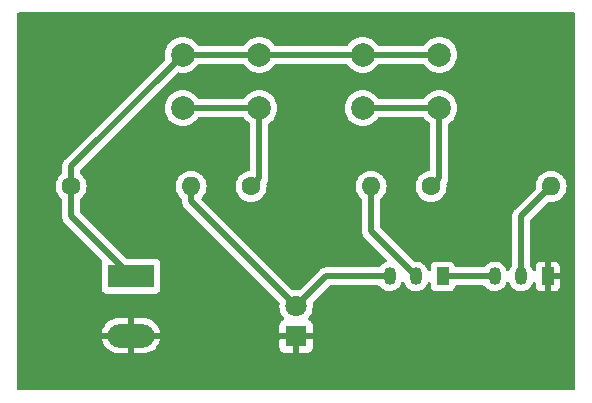
<source format=gbr>
%TF.GenerationSoftware,KiCad,Pcbnew,(6.0.9)*%
%TF.CreationDate,2024-03-03T13:04:41-05:00*%
%TF.ProjectId,nand-test,6e616e64-2d74-4657-9374-2e6b69636164,v01*%
%TF.SameCoordinates,PX4d83c00PY354a940*%
%TF.FileFunction,Copper,L2,Bot*%
%TF.FilePolarity,Positive*%
%FSLAX46Y46*%
G04 Gerber Fmt 4.6, Leading zero omitted, Abs format (unit mm)*
G04 Created by KiCad (PCBNEW (6.0.9)) date 2024-03-03 13:04:41*
%MOMM*%
%LPD*%
G01*
G04 APERTURE LIST*
%TA.AperFunction,ComponentPad*%
%ADD10R,1.050000X1.500000*%
%TD*%
%TA.AperFunction,ComponentPad*%
%ADD11O,1.050000X1.500000*%
%TD*%
%TA.AperFunction,ComponentPad*%
%ADD12R,1.800000X1.800000*%
%TD*%
%TA.AperFunction,ComponentPad*%
%ADD13C,1.800000*%
%TD*%
%TA.AperFunction,ComponentPad*%
%ADD14C,1.600000*%
%TD*%
%TA.AperFunction,ComponentPad*%
%ADD15O,1.600000X1.600000*%
%TD*%
%TA.AperFunction,ComponentPad*%
%ADD16C,2.000000*%
%TD*%
%TA.AperFunction,ComponentPad*%
%ADD17R,3.960000X1.980000*%
%TD*%
%TA.AperFunction,ComponentPad*%
%ADD18O,3.960000X1.980000*%
%TD*%
%TA.AperFunction,Conductor*%
%ADD19C,0.500000*%
%TD*%
G04 APERTURE END LIST*
D10*
%TO.P,Q2,1,E*%
%TO.N,GND*%
X45450000Y-22860000D03*
D11*
%TO.P,Q2,2,B*%
%TO.N,Net-(Q2-Pad2)*%
X43180000Y-22860000D03*
%TO.P,Q2,3,C*%
%TO.N,Net-(Q1-Pad1)*%
X40950000Y-22860000D03*
%TD*%
D12*
%TO.P,D1,1,K*%
%TO.N,GND*%
X24130000Y-27940000D03*
D13*
%TO.P,D1,2,A*%
%TO.N,Net-(D1-Pad2)*%
X24130000Y-25400000D03*
%TD*%
D14*
%TO.P,R3,1*%
%TO.N,+5V*%
X5080000Y-15240000D03*
D15*
%TO.P,R3,2*%
%TO.N,Net-(D1-Pad2)*%
X15240000Y-15240000D03*
%TD*%
D10*
%TO.P,Q1,1,E*%
%TO.N,Net-(Q1-Pad1)*%
X36560000Y-22860000D03*
D11*
%TO.P,Q1,2,B*%
%TO.N,Net-(Q1-Pad2)*%
X34290000Y-22860000D03*
%TO.P,Q1,3,C*%
%TO.N,Net-(D1-Pad2)*%
X32060000Y-22860000D03*
%TD*%
D16*
%TO.P,SW1,1,A*%
%TO.N,+5V*%
X21030000Y-4100000D03*
X14530000Y-4100000D03*
%TO.P,SW1,2,B*%
%TO.N,Net-(R1-Pad1)*%
X14530000Y-8600000D03*
X21030000Y-8600000D03*
%TD*%
D14*
%TO.P,R1,1*%
%TO.N,Net-(R1-Pad1)*%
X20320000Y-15240000D03*
D15*
%TO.P,R1,2*%
%TO.N,Net-(Q1-Pad2)*%
X30480000Y-15240000D03*
%TD*%
D16*
%TO.P,SW2,1,A*%
%TO.N,+5V*%
X29770000Y-4100000D03*
X36270000Y-4100000D03*
%TO.P,SW2,2,B*%
%TO.N,Net-(R2-Pad1)*%
X29770000Y-8600000D03*
X36270000Y-8600000D03*
%TD*%
D14*
%TO.P,R2,1*%
%TO.N,Net-(R2-Pad1)*%
X35560000Y-15240000D03*
D15*
%TO.P,R2,2*%
%TO.N,Net-(Q2-Pad2)*%
X45720000Y-15240000D03*
%TD*%
D17*
%TO.P,J1,1,Pin_1*%
%TO.N,+5V*%
X10160000Y-22860000D03*
D18*
%TO.P,J1,2,Pin_2*%
%TO.N,GND*%
X10160000Y-27860000D03*
%TD*%
D19*
%TO.N,GND*%
X24050000Y-27860000D02*
X24130000Y-27940000D01*
%TO.N,Net-(D1-Pad2)*%
X24130000Y-25400000D02*
X26670000Y-22860000D01*
X24130000Y-25400000D02*
X15240000Y-16510000D01*
X26670000Y-22860000D02*
X32060000Y-22860000D01*
X15240000Y-16510000D02*
X15240000Y-15240000D01*
%TO.N,+5V*%
X5080000Y-13550000D02*
X14530000Y-4100000D01*
X5080000Y-17780000D02*
X10160000Y-22860000D01*
X14530000Y-4100000D02*
X21030000Y-4100000D01*
X5080000Y-15240000D02*
X5080000Y-17780000D01*
X29770000Y-4100000D02*
X21030000Y-4100000D01*
X36270000Y-4100000D02*
X29770000Y-4100000D01*
X5080000Y-15240000D02*
X5080000Y-13550000D01*
%TO.N,Net-(Q1-Pad1)*%
X36560000Y-22860000D02*
X40950000Y-22860000D01*
%TO.N,Net-(Q1-Pad2)*%
X30480000Y-19050000D02*
X34290000Y-22860000D01*
X30480000Y-15240000D02*
X30480000Y-19050000D01*
%TO.N,Net-(Q2-Pad2)*%
X43180000Y-17780000D02*
X45720000Y-15240000D01*
X43180000Y-22860000D02*
X43180000Y-17780000D01*
%TO.N,Net-(R1-Pad1)*%
X21030000Y-14530000D02*
X20320000Y-15240000D01*
X14530000Y-8600000D02*
X21030000Y-8600000D01*
X21030000Y-8600000D02*
X21030000Y-14530000D01*
%TO.N,Net-(R2-Pad1)*%
X36270000Y-8600000D02*
X36270000Y-14530000D01*
X36270000Y-14530000D02*
X35560000Y-15240000D01*
X29770000Y-8600000D02*
X36270000Y-8600000D01*
%TD*%
%TA.AperFunction,Conductor*%
%TO.N,GND*%
G36*
X47693621Y-528502D02*
G01*
X47740114Y-582158D01*
X47751500Y-634500D01*
X47751500Y-32385500D01*
X47731498Y-32453621D01*
X47677842Y-32500114D01*
X47625500Y-32511500D01*
X634500Y-32511500D01*
X566379Y-32491498D01*
X519886Y-32437842D01*
X508500Y-32385500D01*
X508500Y-28132194D01*
X7696135Y-28132194D01*
X7707006Y-28203236D01*
X7709395Y-28213263D01*
X7782709Y-28437570D01*
X7786706Y-28447079D01*
X7895669Y-28656395D01*
X7901163Y-28665120D01*
X8042854Y-28853835D01*
X8049697Y-28861542D01*
X8220310Y-29024584D01*
X8228316Y-29031067D01*
X8423274Y-29164057D01*
X8432226Y-29169143D01*
X8646285Y-29268506D01*
X8655945Y-29272060D01*
X8883369Y-29335130D01*
X8893473Y-29337057D01*
X9086102Y-29357644D01*
X9092794Y-29358000D01*
X9887885Y-29358000D01*
X9903124Y-29353525D01*
X9904329Y-29352135D01*
X9906000Y-29344452D01*
X9906000Y-29339885D01*
X10414000Y-29339885D01*
X10418475Y-29355124D01*
X10419865Y-29356329D01*
X10427548Y-29358000D01*
X11209857Y-29358000D01*
X11215030Y-29357788D01*
X11390350Y-29343374D01*
X11400512Y-29341691D01*
X11629396Y-29284200D01*
X11639151Y-29280879D01*
X11855557Y-29186782D01*
X11864655Y-29181904D01*
X12062787Y-29053727D01*
X12070956Y-29047437D01*
X12245501Y-28888613D01*
X12249179Y-28884669D01*
X22722001Y-28884669D01*
X22722371Y-28891490D01*
X22727895Y-28942352D01*
X22731521Y-28957604D01*
X22776676Y-29078054D01*
X22785214Y-29093649D01*
X22861715Y-29195724D01*
X22874276Y-29208285D01*
X22976351Y-29284786D01*
X22991946Y-29293324D01*
X23112394Y-29338478D01*
X23127649Y-29342105D01*
X23178514Y-29347631D01*
X23185328Y-29348000D01*
X23857885Y-29348000D01*
X23873124Y-29343525D01*
X23874329Y-29342135D01*
X23876000Y-29334452D01*
X23876000Y-29329884D01*
X24384000Y-29329884D01*
X24388475Y-29345123D01*
X24389865Y-29346328D01*
X24397548Y-29347999D01*
X25074669Y-29347999D01*
X25081490Y-29347629D01*
X25132352Y-29342105D01*
X25147604Y-29338479D01*
X25268054Y-29293324D01*
X25283649Y-29284786D01*
X25385724Y-29208285D01*
X25398285Y-29195724D01*
X25474786Y-29093649D01*
X25483324Y-29078054D01*
X25528478Y-28957606D01*
X25532105Y-28942351D01*
X25537631Y-28891486D01*
X25538000Y-28884672D01*
X25538000Y-28212115D01*
X25533525Y-28196876D01*
X25532135Y-28195671D01*
X25524452Y-28194000D01*
X24402115Y-28194000D01*
X24386876Y-28198475D01*
X24385671Y-28199865D01*
X24384000Y-28207548D01*
X24384000Y-29329884D01*
X23876000Y-29329884D01*
X23876000Y-28212115D01*
X23871525Y-28196876D01*
X23870135Y-28195671D01*
X23862452Y-28194000D01*
X22740116Y-28194000D01*
X22724877Y-28198475D01*
X22723672Y-28199865D01*
X22722001Y-28207548D01*
X22722001Y-28884669D01*
X12249179Y-28884669D01*
X12252526Y-28881080D01*
X12398787Y-28695880D01*
X12404492Y-28687293D01*
X12518536Y-28480703D01*
X12522766Y-28471291D01*
X12601539Y-28248844D01*
X12604173Y-28238873D01*
X12623239Y-28131837D01*
X12621779Y-28118540D01*
X12607222Y-28114000D01*
X10432115Y-28114000D01*
X10416876Y-28118475D01*
X10415671Y-28119865D01*
X10414000Y-28127548D01*
X10414000Y-29339885D01*
X9906000Y-29339885D01*
X9906000Y-28132115D01*
X9901525Y-28116876D01*
X9900135Y-28115671D01*
X9892452Y-28114000D01*
X7711466Y-28114000D01*
X7698122Y-28117918D01*
X7696135Y-28132194D01*
X508500Y-28132194D01*
X508500Y-27588163D01*
X7696761Y-27588163D01*
X7698221Y-27601460D01*
X7712778Y-27606000D01*
X9887885Y-27606000D01*
X9903124Y-27601525D01*
X9904329Y-27600135D01*
X9906000Y-27592452D01*
X9906000Y-27587885D01*
X10414000Y-27587885D01*
X10418475Y-27603124D01*
X10419865Y-27604329D01*
X10427548Y-27606000D01*
X12608534Y-27606000D01*
X12621878Y-27602082D01*
X12623865Y-27587806D01*
X12612994Y-27516764D01*
X12610605Y-27506737D01*
X12537291Y-27282430D01*
X12533294Y-27272921D01*
X12424331Y-27063605D01*
X12418837Y-27054880D01*
X12277146Y-26866165D01*
X12270303Y-26858458D01*
X12099690Y-26695416D01*
X12091684Y-26688933D01*
X11896726Y-26555943D01*
X11887774Y-26550857D01*
X11673715Y-26451494D01*
X11664055Y-26447940D01*
X11436631Y-26384870D01*
X11426527Y-26382943D01*
X11233898Y-26362356D01*
X11227206Y-26362000D01*
X10432115Y-26362000D01*
X10416876Y-26366475D01*
X10415671Y-26367865D01*
X10414000Y-26375548D01*
X10414000Y-27587885D01*
X9906000Y-27587885D01*
X9906000Y-26380115D01*
X9901525Y-26364876D01*
X9900135Y-26363671D01*
X9892452Y-26362000D01*
X9110143Y-26362000D01*
X9104970Y-26362212D01*
X8929650Y-26376626D01*
X8919488Y-26378309D01*
X8690604Y-26435800D01*
X8680849Y-26439121D01*
X8464443Y-26533218D01*
X8455345Y-26538096D01*
X8257213Y-26666273D01*
X8249044Y-26672563D01*
X8074499Y-26831387D01*
X8067474Y-26838920D01*
X7921213Y-27024120D01*
X7915508Y-27032707D01*
X7801464Y-27239297D01*
X7797234Y-27248709D01*
X7718461Y-27471156D01*
X7715827Y-27481127D01*
X7696761Y-27588163D01*
X508500Y-27588163D01*
X508500Y-15240000D01*
X3766502Y-15240000D01*
X3786457Y-15468087D01*
X3845716Y-15689243D01*
X3848039Y-15694224D01*
X3848039Y-15694225D01*
X3940151Y-15891762D01*
X3940154Y-15891767D01*
X3942477Y-15896749D01*
X4073802Y-16084300D01*
X4235700Y-16246198D01*
X4267771Y-16268655D01*
X4312099Y-16324110D01*
X4321500Y-16371867D01*
X4321500Y-17712930D01*
X4320067Y-17731880D01*
X4316801Y-17753349D01*
X4317394Y-17760641D01*
X4317394Y-17760644D01*
X4321085Y-17806018D01*
X4321500Y-17816233D01*
X4321500Y-17824293D01*
X4321925Y-17827937D01*
X4324789Y-17852507D01*
X4325222Y-17856882D01*
X4331140Y-17929637D01*
X4333396Y-17936601D01*
X4334587Y-17942560D01*
X4335971Y-17948415D01*
X4336818Y-17955681D01*
X4361735Y-18024327D01*
X4363152Y-18028455D01*
X4379284Y-18078250D01*
X4385649Y-18097899D01*
X4389445Y-18104154D01*
X4391951Y-18109628D01*
X4394670Y-18115058D01*
X4397167Y-18121937D01*
X4401180Y-18128057D01*
X4401180Y-18128058D01*
X4437186Y-18182976D01*
X4439523Y-18186680D01*
X4477405Y-18249107D01*
X4481121Y-18253315D01*
X4481122Y-18253316D01*
X4484803Y-18257484D01*
X4484776Y-18257508D01*
X4487429Y-18260500D01*
X4490132Y-18263733D01*
X4494144Y-18269852D01*
X4499456Y-18274884D01*
X4550383Y-18323128D01*
X4552825Y-18325506D01*
X7706439Y-21479120D01*
X7740465Y-21541432D01*
X7735400Y-21612247D01*
X7731853Y-21620003D01*
X7729385Y-21623295D01*
X7678255Y-21759684D01*
X7671500Y-21821866D01*
X7671500Y-23898134D01*
X7678255Y-23960316D01*
X7729385Y-24096705D01*
X7816739Y-24213261D01*
X7933295Y-24300615D01*
X8069684Y-24351745D01*
X8131866Y-24358500D01*
X12188134Y-24358500D01*
X12250316Y-24351745D01*
X12386705Y-24300615D01*
X12503261Y-24213261D01*
X12590615Y-24096705D01*
X12641745Y-23960316D01*
X12648500Y-23898134D01*
X12648500Y-21821866D01*
X12641745Y-21759684D01*
X12590615Y-21623295D01*
X12503261Y-21506739D01*
X12386705Y-21419385D01*
X12250316Y-21368255D01*
X12188134Y-21361500D01*
X9786371Y-21361500D01*
X9718250Y-21341498D01*
X9697276Y-21324595D01*
X5875405Y-17502724D01*
X5841379Y-17440412D01*
X5838500Y-17413629D01*
X5838500Y-16371867D01*
X5858502Y-16303746D01*
X5892228Y-16268655D01*
X5924300Y-16246198D01*
X6086198Y-16084300D01*
X6217523Y-15896749D01*
X6219846Y-15891767D01*
X6219849Y-15891762D01*
X6311961Y-15694225D01*
X6311961Y-15694224D01*
X6314284Y-15689243D01*
X6373543Y-15468087D01*
X6393498Y-15240000D01*
X13926502Y-15240000D01*
X13946457Y-15468087D01*
X14005716Y-15689243D01*
X14008039Y-15694224D01*
X14008039Y-15694225D01*
X14100151Y-15891762D01*
X14100154Y-15891767D01*
X14102477Y-15896749D01*
X14233802Y-16084300D01*
X14395700Y-16246198D01*
X14427771Y-16268655D01*
X14472099Y-16324110D01*
X14481500Y-16371867D01*
X14481500Y-16442930D01*
X14480067Y-16461880D01*
X14477964Y-16475707D01*
X14476801Y-16483349D01*
X14477394Y-16490641D01*
X14477394Y-16490644D01*
X14481085Y-16536018D01*
X14481500Y-16546233D01*
X14481500Y-16554293D01*
X14481925Y-16557937D01*
X14484789Y-16582507D01*
X14485222Y-16586882D01*
X14491140Y-16659637D01*
X14493396Y-16666601D01*
X14494587Y-16672560D01*
X14495971Y-16678415D01*
X14496818Y-16685681D01*
X14521735Y-16754327D01*
X14523152Y-16758455D01*
X14545649Y-16827899D01*
X14549445Y-16834154D01*
X14551951Y-16839628D01*
X14554670Y-16845058D01*
X14557167Y-16851937D01*
X14561180Y-16858057D01*
X14561180Y-16858058D01*
X14597186Y-16912976D01*
X14599523Y-16916680D01*
X14637405Y-16979107D01*
X14641121Y-16983315D01*
X14641122Y-16983316D01*
X14644803Y-16987484D01*
X14644776Y-16987508D01*
X14647429Y-16990500D01*
X14650132Y-16993733D01*
X14654144Y-16999852D01*
X14659456Y-17004884D01*
X14710383Y-17053128D01*
X14712825Y-17055506D01*
X22704017Y-25046698D01*
X22738043Y-25109010D01*
X22740209Y-25149182D01*
X22737522Y-25174328D01*
X22717095Y-25365469D01*
X22717392Y-25370622D01*
X22717392Y-25370625D01*
X22723067Y-25469041D01*
X22730427Y-25596697D01*
X22731564Y-25601743D01*
X22731565Y-25601749D01*
X22763741Y-25744523D01*
X22781346Y-25822642D01*
X22783288Y-25827424D01*
X22783289Y-25827428D01*
X22866540Y-26032450D01*
X22868484Y-26037237D01*
X22989501Y-26234719D01*
X22992882Y-26238622D01*
X23101653Y-26364191D01*
X23131135Y-26428776D01*
X23121020Y-26499049D01*
X23074519Y-26552697D01*
X23050646Y-26564670D01*
X22991944Y-26586677D01*
X22976351Y-26595214D01*
X22874276Y-26671715D01*
X22861715Y-26684276D01*
X22785214Y-26786351D01*
X22776676Y-26801946D01*
X22731522Y-26922394D01*
X22727895Y-26937649D01*
X22722369Y-26988514D01*
X22722000Y-26995328D01*
X22722000Y-27667885D01*
X22726475Y-27683124D01*
X22727865Y-27684329D01*
X22735548Y-27686000D01*
X25519884Y-27686000D01*
X25535123Y-27681525D01*
X25536328Y-27680135D01*
X25537999Y-27672452D01*
X25537999Y-26995331D01*
X25537629Y-26988510D01*
X25532105Y-26937648D01*
X25528479Y-26922396D01*
X25483324Y-26801946D01*
X25474786Y-26786351D01*
X25398285Y-26684276D01*
X25385724Y-26671715D01*
X25283649Y-26595214D01*
X25268052Y-26586675D01*
X25209415Y-26564693D01*
X25152650Y-26522052D01*
X25127950Y-26455490D01*
X25143157Y-26386141D01*
X25164703Y-26357461D01*
X25202641Y-26319654D01*
X25206303Y-26316005D01*
X25341458Y-26127917D01*
X25388641Y-26032450D01*
X25441784Y-25924922D01*
X25441785Y-25924920D01*
X25444078Y-25920280D01*
X25511408Y-25698671D01*
X25541640Y-25469041D01*
X25543327Y-25400000D01*
X25524349Y-25169167D01*
X25523088Y-25164147D01*
X25522244Y-25159047D01*
X25523797Y-25158790D01*
X25526316Y-25094917D01*
X25556624Y-25046057D01*
X26947276Y-23655405D01*
X27009588Y-23621379D01*
X27036371Y-23618500D01*
X31101580Y-23618500D01*
X31169701Y-23638502D01*
X31199223Y-23664864D01*
X31323110Y-23816763D01*
X31327857Y-23820690D01*
X31327859Y-23820692D01*
X31474528Y-23942027D01*
X31474531Y-23942029D01*
X31479278Y-23945956D01*
X31657565Y-24042356D01*
X31726733Y-24063767D01*
X31845293Y-24100468D01*
X31845296Y-24100469D01*
X31851180Y-24102290D01*
X31857305Y-24102934D01*
X31857306Y-24102934D01*
X32046622Y-24122832D01*
X32046623Y-24122832D01*
X32052750Y-24123476D01*
X32162090Y-24113525D01*
X32248457Y-24105665D01*
X32248460Y-24105664D01*
X32254596Y-24105106D01*
X32260502Y-24103368D01*
X32260506Y-24103367D01*
X32443120Y-24049620D01*
X32443119Y-24049620D01*
X32449029Y-24047881D01*
X32454486Y-24045028D01*
X32454489Y-24045027D01*
X32554233Y-23992882D01*
X32628645Y-23953981D01*
X32786601Y-23826981D01*
X32916881Y-23671719D01*
X32919845Y-23666327D01*
X32919848Y-23666323D01*
X33011556Y-23499506D01*
X33014523Y-23494109D01*
X33055078Y-23366263D01*
X33094741Y-23307378D01*
X33159943Y-23279286D01*
X33229983Y-23290903D01*
X33282623Y-23338543D01*
X33295802Y-23367942D01*
X33329858Y-23480742D01*
X33425010Y-23659698D01*
X33553110Y-23816763D01*
X33557857Y-23820690D01*
X33557859Y-23820692D01*
X33704528Y-23942027D01*
X33704531Y-23942029D01*
X33709278Y-23945956D01*
X33887565Y-24042356D01*
X33956733Y-24063767D01*
X34075293Y-24100468D01*
X34075296Y-24100469D01*
X34081180Y-24102290D01*
X34087305Y-24102934D01*
X34087306Y-24102934D01*
X34276622Y-24122832D01*
X34276623Y-24122832D01*
X34282750Y-24123476D01*
X34392090Y-24113525D01*
X34478457Y-24105665D01*
X34478460Y-24105664D01*
X34484596Y-24105106D01*
X34490502Y-24103368D01*
X34490506Y-24103367D01*
X34673120Y-24049620D01*
X34673119Y-24049620D01*
X34679029Y-24047881D01*
X34684486Y-24045028D01*
X34684489Y-24045027D01*
X34784233Y-23992882D01*
X34858645Y-23953981D01*
X35016601Y-23826981D01*
X35146881Y-23671719D01*
X35149845Y-23666327D01*
X35149848Y-23666323D01*
X35241556Y-23499506D01*
X35244523Y-23494109D01*
X35280398Y-23381016D01*
X35320061Y-23322131D01*
X35385263Y-23294039D01*
X35455303Y-23305656D01*
X35507943Y-23353296D01*
X35526500Y-23419114D01*
X35526500Y-23658134D01*
X35533255Y-23720316D01*
X35584385Y-23856705D01*
X35671739Y-23973261D01*
X35788295Y-24060615D01*
X35924684Y-24111745D01*
X35986866Y-24118500D01*
X37133134Y-24118500D01*
X37195316Y-24111745D01*
X37331705Y-24060615D01*
X37448261Y-23973261D01*
X37535615Y-23856705D01*
X37552379Y-23811987D01*
X37583972Y-23727714D01*
X37583973Y-23727711D01*
X37586745Y-23720316D01*
X37587372Y-23714547D01*
X37622126Y-23653709D01*
X37685081Y-23620887D01*
X37709493Y-23618500D01*
X39991580Y-23618500D01*
X40059701Y-23638502D01*
X40089223Y-23664864D01*
X40213110Y-23816763D01*
X40217857Y-23820690D01*
X40217859Y-23820692D01*
X40364528Y-23942027D01*
X40364531Y-23942029D01*
X40369278Y-23945956D01*
X40547565Y-24042356D01*
X40616733Y-24063767D01*
X40735293Y-24100468D01*
X40735296Y-24100469D01*
X40741180Y-24102290D01*
X40747305Y-24102934D01*
X40747306Y-24102934D01*
X40936622Y-24122832D01*
X40936623Y-24122832D01*
X40942750Y-24123476D01*
X41052090Y-24113525D01*
X41138457Y-24105665D01*
X41138460Y-24105664D01*
X41144596Y-24105106D01*
X41150502Y-24103368D01*
X41150506Y-24103367D01*
X41333120Y-24049620D01*
X41333119Y-24049620D01*
X41339029Y-24047881D01*
X41344486Y-24045028D01*
X41344489Y-24045027D01*
X41444233Y-23992882D01*
X41518645Y-23953981D01*
X41676601Y-23826981D01*
X41806881Y-23671719D01*
X41809845Y-23666327D01*
X41809848Y-23666323D01*
X41901556Y-23499506D01*
X41904523Y-23494109D01*
X41945078Y-23366263D01*
X41984741Y-23307378D01*
X42049943Y-23279286D01*
X42119983Y-23290903D01*
X42172623Y-23338543D01*
X42185802Y-23367942D01*
X42219858Y-23480742D01*
X42315010Y-23659698D01*
X42443110Y-23816763D01*
X42447857Y-23820690D01*
X42447859Y-23820692D01*
X42594528Y-23942027D01*
X42594531Y-23942029D01*
X42599278Y-23945956D01*
X42777565Y-24042356D01*
X42846733Y-24063767D01*
X42965293Y-24100468D01*
X42965296Y-24100469D01*
X42971180Y-24102290D01*
X42977305Y-24102934D01*
X42977306Y-24102934D01*
X43166622Y-24122832D01*
X43166623Y-24122832D01*
X43172750Y-24123476D01*
X43282090Y-24113525D01*
X43368457Y-24105665D01*
X43368460Y-24105664D01*
X43374596Y-24105106D01*
X43380502Y-24103368D01*
X43380506Y-24103367D01*
X43563120Y-24049620D01*
X43563119Y-24049620D01*
X43569029Y-24047881D01*
X43574486Y-24045028D01*
X43574489Y-24045027D01*
X43674233Y-23992882D01*
X43748645Y-23953981D01*
X43906601Y-23826981D01*
X44036881Y-23671719D01*
X44039845Y-23666327D01*
X44039848Y-23666323D01*
X44131556Y-23499506D01*
X44134523Y-23494109D01*
X44170899Y-23379436D01*
X44210562Y-23320552D01*
X44275764Y-23292460D01*
X44345804Y-23304077D01*
X44398444Y-23351717D01*
X44417001Y-23417535D01*
X44417001Y-23654669D01*
X44417371Y-23661490D01*
X44422895Y-23712352D01*
X44426521Y-23727604D01*
X44471676Y-23848054D01*
X44480214Y-23863649D01*
X44556715Y-23965724D01*
X44569276Y-23978285D01*
X44671351Y-24054786D01*
X44686946Y-24063324D01*
X44807394Y-24108478D01*
X44822649Y-24112105D01*
X44873514Y-24117631D01*
X44880328Y-24118000D01*
X45177885Y-24118000D01*
X45193124Y-24113525D01*
X45194329Y-24112135D01*
X45196000Y-24104452D01*
X45196000Y-24099884D01*
X45704000Y-24099884D01*
X45708475Y-24115123D01*
X45709865Y-24116328D01*
X45717548Y-24117999D01*
X46019669Y-24117999D01*
X46026490Y-24117629D01*
X46077352Y-24112105D01*
X46092604Y-24108479D01*
X46213054Y-24063324D01*
X46228649Y-24054786D01*
X46330724Y-23978285D01*
X46343285Y-23965724D01*
X46419786Y-23863649D01*
X46428324Y-23848054D01*
X46473478Y-23727606D01*
X46477105Y-23712351D01*
X46482631Y-23661486D01*
X46483000Y-23654672D01*
X46483000Y-23132115D01*
X46478525Y-23116876D01*
X46477135Y-23115671D01*
X46469452Y-23114000D01*
X45722115Y-23114000D01*
X45706876Y-23118475D01*
X45705671Y-23119865D01*
X45704000Y-23127548D01*
X45704000Y-24099884D01*
X45196000Y-24099884D01*
X45196000Y-22587885D01*
X45704000Y-22587885D01*
X45708475Y-22603124D01*
X45709865Y-22604329D01*
X45717548Y-22606000D01*
X46464884Y-22606000D01*
X46480123Y-22601525D01*
X46481328Y-22600135D01*
X46482999Y-22592452D01*
X46482999Y-22065331D01*
X46482629Y-22058510D01*
X46477105Y-22007648D01*
X46473479Y-21992396D01*
X46428324Y-21871946D01*
X46419786Y-21856351D01*
X46343285Y-21754276D01*
X46330724Y-21741715D01*
X46228649Y-21665214D01*
X46213054Y-21656676D01*
X46092606Y-21611522D01*
X46077351Y-21607895D01*
X46026486Y-21602369D01*
X46019672Y-21602000D01*
X45722115Y-21602000D01*
X45706876Y-21606475D01*
X45705671Y-21607865D01*
X45704000Y-21615548D01*
X45704000Y-22587885D01*
X45196000Y-22587885D01*
X45196000Y-21620116D01*
X45191525Y-21604877D01*
X45190135Y-21603672D01*
X45182452Y-21602001D01*
X44880331Y-21602001D01*
X44873510Y-21602371D01*
X44822648Y-21607895D01*
X44807396Y-21611521D01*
X44686946Y-21656676D01*
X44671351Y-21665214D01*
X44569276Y-21741715D01*
X44556715Y-21754276D01*
X44480214Y-21856351D01*
X44471676Y-21871946D01*
X44426522Y-21992394D01*
X44422895Y-22007649D01*
X44417369Y-22058514D01*
X44417000Y-22065328D01*
X44417000Y-22302987D01*
X44396998Y-22371108D01*
X44343342Y-22417601D01*
X44273068Y-22427705D01*
X44208488Y-22398211D01*
X44170378Y-22339405D01*
X44169878Y-22337748D01*
X44140142Y-22239258D01*
X44044990Y-22060302D01*
X44034901Y-22047931D01*
X43966857Y-21964502D01*
X43939303Y-21899070D01*
X43938500Y-21884866D01*
X43938500Y-18146371D01*
X43958502Y-18078250D01*
X43975405Y-18057276D01*
X45457010Y-16575671D01*
X45519322Y-16541645D01*
X45557087Y-16539245D01*
X45714525Y-16553019D01*
X45720000Y-16553498D01*
X45948087Y-16533543D01*
X45953400Y-16532119D01*
X45953402Y-16532119D01*
X46163933Y-16475707D01*
X46163935Y-16475706D01*
X46169243Y-16474284D01*
X46216045Y-16452460D01*
X46371762Y-16379849D01*
X46371767Y-16379846D01*
X46376749Y-16377523D01*
X46532231Y-16268653D01*
X46559789Y-16249357D01*
X46559792Y-16249355D01*
X46564300Y-16246198D01*
X46726198Y-16084300D01*
X46857523Y-15896749D01*
X46859846Y-15891767D01*
X46859849Y-15891762D01*
X46951961Y-15694225D01*
X46951961Y-15694224D01*
X46954284Y-15689243D01*
X47013543Y-15468087D01*
X47033498Y-15240000D01*
X47013543Y-15011913D01*
X47012119Y-15006598D01*
X46955707Y-14796067D01*
X46955706Y-14796065D01*
X46954284Y-14790757D01*
X46945095Y-14771050D01*
X46859849Y-14588238D01*
X46859846Y-14588233D01*
X46857523Y-14583251D01*
X46726198Y-14395700D01*
X46564300Y-14233802D01*
X46559792Y-14230645D01*
X46559789Y-14230643D01*
X46453030Y-14155890D01*
X46376749Y-14102477D01*
X46371767Y-14100154D01*
X46371762Y-14100151D01*
X46174225Y-14008039D01*
X46174224Y-14008039D01*
X46169243Y-14005716D01*
X46163935Y-14004294D01*
X46163933Y-14004293D01*
X45953402Y-13947881D01*
X45953400Y-13947881D01*
X45948087Y-13946457D01*
X45720000Y-13926502D01*
X45491913Y-13946457D01*
X45486600Y-13947881D01*
X45486598Y-13947881D01*
X45276067Y-14004293D01*
X45276065Y-14004294D01*
X45270757Y-14005716D01*
X45265776Y-14008039D01*
X45265775Y-14008039D01*
X45068238Y-14100151D01*
X45068233Y-14100154D01*
X45063251Y-14102477D01*
X44986970Y-14155890D01*
X44880211Y-14230643D01*
X44880208Y-14230645D01*
X44875700Y-14233802D01*
X44713802Y-14395700D01*
X44582477Y-14583251D01*
X44580154Y-14588233D01*
X44580151Y-14588238D01*
X44494905Y-14771050D01*
X44485716Y-14790757D01*
X44484294Y-14796065D01*
X44484293Y-14796067D01*
X44427881Y-15006598D01*
X44426457Y-15011913D01*
X44406502Y-15240000D01*
X44406981Y-15245475D01*
X44420755Y-15402913D01*
X44406766Y-15472518D01*
X44384329Y-15502990D01*
X42691089Y-17196230D01*
X42676677Y-17208616D01*
X42665082Y-17217149D01*
X42665077Y-17217154D01*
X42659182Y-17221492D01*
X42654443Y-17227070D01*
X42654440Y-17227073D01*
X42624965Y-17261768D01*
X42618035Y-17269284D01*
X42612340Y-17274979D01*
X42610060Y-17277861D01*
X42594719Y-17297251D01*
X42591928Y-17300655D01*
X42549409Y-17350703D01*
X42544667Y-17356285D01*
X42541339Y-17362801D01*
X42537972Y-17367850D01*
X42534805Y-17372979D01*
X42530266Y-17378716D01*
X42499345Y-17444875D01*
X42497442Y-17448769D01*
X42464231Y-17513808D01*
X42462492Y-17520916D01*
X42460393Y-17526559D01*
X42458476Y-17532322D01*
X42455378Y-17538950D01*
X42453888Y-17546112D01*
X42453888Y-17546113D01*
X42440514Y-17610412D01*
X42439544Y-17614696D01*
X42422192Y-17685610D01*
X42421500Y-17696764D01*
X42421464Y-17696762D01*
X42421225Y-17700755D01*
X42420851Y-17704947D01*
X42419360Y-17712115D01*
X42419558Y-17719432D01*
X42421454Y-17789521D01*
X42421500Y-17792928D01*
X42421500Y-21885175D01*
X42401498Y-21953296D01*
X42392021Y-21966166D01*
X42327082Y-22043557D01*
X42327078Y-22043563D01*
X42323119Y-22048281D01*
X42320155Y-22053673D01*
X42320152Y-22053677D01*
X42252263Y-22177167D01*
X42225477Y-22225891D01*
X42223614Y-22231764D01*
X42184922Y-22353737D01*
X42145259Y-22412622D01*
X42080057Y-22440714D01*
X42010017Y-22429097D01*
X41957377Y-22381457D01*
X41944198Y-22352057D01*
X41939878Y-22337748D01*
X41910142Y-22239258D01*
X41814990Y-22060302D01*
X41804901Y-22047931D01*
X41727717Y-21953296D01*
X41686890Y-21903237D01*
X41665057Y-21885175D01*
X41535472Y-21777973D01*
X41535469Y-21777971D01*
X41530722Y-21774044D01*
X41352435Y-21677644D01*
X41255627Y-21647677D01*
X41164707Y-21619532D01*
X41164704Y-21619531D01*
X41158820Y-21617710D01*
X41152695Y-21617066D01*
X41152694Y-21617066D01*
X40963378Y-21597168D01*
X40963377Y-21597168D01*
X40957250Y-21596524D01*
X40878709Y-21603672D01*
X40761543Y-21614335D01*
X40761540Y-21614336D01*
X40755404Y-21614894D01*
X40749498Y-21616632D01*
X40749494Y-21616633D01*
X40634351Y-21650522D01*
X40560971Y-21672119D01*
X40555514Y-21674972D01*
X40555511Y-21674973D01*
X40471163Y-21719069D01*
X40381355Y-21766019D01*
X40223399Y-21893019D01*
X40093119Y-22048281D01*
X40093052Y-22048225D01*
X40039955Y-22091591D01*
X39990976Y-22101500D01*
X37709493Y-22101500D01*
X37641372Y-22081498D01*
X37594879Y-22027842D01*
X37587457Y-22006237D01*
X37586745Y-21999684D01*
X37583972Y-21992285D01*
X37538767Y-21871703D01*
X37535615Y-21863295D01*
X37448261Y-21746739D01*
X37331705Y-21659385D01*
X37195316Y-21608255D01*
X37133134Y-21601500D01*
X35986866Y-21601500D01*
X35924684Y-21608255D01*
X35788295Y-21659385D01*
X35671739Y-21746739D01*
X35584385Y-21863295D01*
X35533255Y-21999684D01*
X35526500Y-22061866D01*
X35526500Y-22301330D01*
X35506498Y-22369451D01*
X35452842Y-22415944D01*
X35382568Y-22426048D01*
X35317988Y-22396554D01*
X35279878Y-22337748D01*
X35258646Y-22267426D01*
X35250142Y-22239258D01*
X35154990Y-22060302D01*
X35144901Y-22047931D01*
X35067717Y-21953296D01*
X35026890Y-21903237D01*
X35005057Y-21885175D01*
X34875472Y-21777973D01*
X34875469Y-21777971D01*
X34870722Y-21774044D01*
X34692435Y-21677644D01*
X34595627Y-21647677D01*
X34504707Y-21619532D01*
X34504704Y-21619531D01*
X34498820Y-21617710D01*
X34492695Y-21617066D01*
X34492694Y-21617066D01*
X34303378Y-21597168D01*
X34303377Y-21597168D01*
X34297250Y-21596524D01*
X34252080Y-21600635D01*
X34174505Y-21607695D01*
X34104852Y-21593950D01*
X34073990Y-21571309D01*
X31275405Y-18772724D01*
X31241379Y-18710412D01*
X31238500Y-18683629D01*
X31238500Y-16371867D01*
X31258502Y-16303746D01*
X31292228Y-16268655D01*
X31324300Y-16246198D01*
X31486198Y-16084300D01*
X31617523Y-15896749D01*
X31619846Y-15891767D01*
X31619849Y-15891762D01*
X31711961Y-15694225D01*
X31711961Y-15694224D01*
X31714284Y-15689243D01*
X31773543Y-15468087D01*
X31793498Y-15240000D01*
X31773543Y-15011913D01*
X31772119Y-15006598D01*
X31715707Y-14796067D01*
X31715706Y-14796065D01*
X31714284Y-14790757D01*
X31705095Y-14771050D01*
X31619849Y-14588238D01*
X31619846Y-14588233D01*
X31617523Y-14583251D01*
X31486198Y-14395700D01*
X31324300Y-14233802D01*
X31319792Y-14230645D01*
X31319789Y-14230643D01*
X31213030Y-14155890D01*
X31136749Y-14102477D01*
X31131767Y-14100154D01*
X31131762Y-14100151D01*
X30934225Y-14008039D01*
X30934224Y-14008039D01*
X30929243Y-14005716D01*
X30923935Y-14004294D01*
X30923933Y-14004293D01*
X30713402Y-13947881D01*
X30713400Y-13947881D01*
X30708087Y-13946457D01*
X30480000Y-13926502D01*
X30251913Y-13946457D01*
X30246600Y-13947881D01*
X30246598Y-13947881D01*
X30036067Y-14004293D01*
X30036065Y-14004294D01*
X30030757Y-14005716D01*
X30025776Y-14008039D01*
X30025775Y-14008039D01*
X29828238Y-14100151D01*
X29828233Y-14100154D01*
X29823251Y-14102477D01*
X29746970Y-14155890D01*
X29640211Y-14230643D01*
X29640208Y-14230645D01*
X29635700Y-14233802D01*
X29473802Y-14395700D01*
X29342477Y-14583251D01*
X29340154Y-14588233D01*
X29340151Y-14588238D01*
X29254905Y-14771050D01*
X29245716Y-14790757D01*
X29244294Y-14796065D01*
X29244293Y-14796067D01*
X29187881Y-15006598D01*
X29186457Y-15011913D01*
X29166502Y-15240000D01*
X29186457Y-15468087D01*
X29245716Y-15689243D01*
X29248039Y-15694224D01*
X29248039Y-15694225D01*
X29340151Y-15891762D01*
X29340154Y-15891767D01*
X29342477Y-15896749D01*
X29473802Y-16084300D01*
X29635700Y-16246198D01*
X29667771Y-16268655D01*
X29712099Y-16324110D01*
X29721500Y-16371867D01*
X29721500Y-18982930D01*
X29720067Y-19001880D01*
X29716801Y-19023349D01*
X29717394Y-19030641D01*
X29717394Y-19030644D01*
X29721085Y-19076018D01*
X29721500Y-19086233D01*
X29721500Y-19094293D01*
X29721925Y-19097937D01*
X29724789Y-19122507D01*
X29725222Y-19126882D01*
X29731140Y-19199637D01*
X29733396Y-19206601D01*
X29734587Y-19212560D01*
X29735971Y-19218415D01*
X29736818Y-19225681D01*
X29761735Y-19294327D01*
X29763152Y-19298455D01*
X29785649Y-19367899D01*
X29789445Y-19374154D01*
X29791951Y-19379628D01*
X29794670Y-19385058D01*
X29797167Y-19391937D01*
X29801180Y-19398057D01*
X29801180Y-19398058D01*
X29837186Y-19452976D01*
X29839523Y-19456680D01*
X29877405Y-19519107D01*
X29881121Y-19523315D01*
X29881122Y-19523316D01*
X29884803Y-19527484D01*
X29884776Y-19527508D01*
X29887429Y-19530500D01*
X29890132Y-19533733D01*
X29894144Y-19539852D01*
X29899456Y-19544884D01*
X29950383Y-19593128D01*
X29952825Y-19595506D01*
X31797872Y-21440553D01*
X31831898Y-21502865D01*
X31826833Y-21573680D01*
X31784286Y-21630516D01*
X31744353Y-21650521D01*
X31670971Y-21672119D01*
X31665514Y-21674972D01*
X31665511Y-21674973D01*
X31581163Y-21719069D01*
X31491355Y-21766019D01*
X31333399Y-21893019D01*
X31203119Y-22048281D01*
X31203052Y-22048225D01*
X31149955Y-22091591D01*
X31100976Y-22101500D01*
X26737063Y-22101500D01*
X26718114Y-22100067D01*
X26717907Y-22100036D01*
X26696651Y-22096802D01*
X26689359Y-22097395D01*
X26689356Y-22097395D01*
X26643991Y-22101085D01*
X26633777Y-22101500D01*
X26625707Y-22101500D01*
X26622087Y-22101922D01*
X26622069Y-22101923D01*
X26597461Y-22104792D01*
X26593100Y-22105224D01*
X26567981Y-22107267D01*
X26527661Y-22110546D01*
X26527658Y-22110547D01*
X26520363Y-22111140D01*
X26513399Y-22113396D01*
X26507440Y-22114587D01*
X26501585Y-22115971D01*
X26494319Y-22116818D01*
X26425673Y-22141735D01*
X26421545Y-22143152D01*
X26359064Y-22163393D01*
X26359062Y-22163394D01*
X26352101Y-22165649D01*
X26345846Y-22169445D01*
X26340372Y-22171951D01*
X26334942Y-22174670D01*
X26328063Y-22177167D01*
X26267016Y-22217191D01*
X26263327Y-22219518D01*
X26243147Y-22231764D01*
X26205693Y-22254491D01*
X26205688Y-22254495D01*
X26200892Y-22257405D01*
X26192516Y-22264803D01*
X26192493Y-22264777D01*
X26189503Y-22267426D01*
X26186264Y-22270134D01*
X26180148Y-22274144D01*
X26175121Y-22279451D01*
X26175117Y-22279454D01*
X26126872Y-22330383D01*
X26124494Y-22332825D01*
X24480407Y-23976912D01*
X24418095Y-24010938D01*
X24369216Y-24011864D01*
X24268095Y-23993851D01*
X24268089Y-23993850D01*
X24263006Y-23992945D01*
X24190096Y-23992054D01*
X24036581Y-23990179D01*
X24036579Y-23990179D01*
X24031411Y-23990116D01*
X23887515Y-24012135D01*
X23817152Y-24002667D01*
X23779361Y-23976680D01*
X16155685Y-16353004D01*
X16121659Y-16290692D01*
X16126724Y-16219877D01*
X16155684Y-16174814D01*
X16246198Y-16084300D01*
X16377523Y-15896749D01*
X16379846Y-15891767D01*
X16379849Y-15891762D01*
X16471961Y-15694225D01*
X16471961Y-15694224D01*
X16474284Y-15689243D01*
X16533543Y-15468087D01*
X16553498Y-15240000D01*
X16533543Y-15011913D01*
X16532119Y-15006598D01*
X16475707Y-14796067D01*
X16475706Y-14796065D01*
X16474284Y-14790757D01*
X16465095Y-14771050D01*
X16379849Y-14588238D01*
X16379846Y-14588233D01*
X16377523Y-14583251D01*
X16246198Y-14395700D01*
X16084300Y-14233802D01*
X16079792Y-14230645D01*
X16079789Y-14230643D01*
X15973030Y-14155890D01*
X15896749Y-14102477D01*
X15891767Y-14100154D01*
X15891762Y-14100151D01*
X15694225Y-14008039D01*
X15694224Y-14008039D01*
X15689243Y-14005716D01*
X15683935Y-14004294D01*
X15683933Y-14004293D01*
X15473402Y-13947881D01*
X15473400Y-13947881D01*
X15468087Y-13946457D01*
X15240000Y-13926502D01*
X15011913Y-13946457D01*
X15006600Y-13947881D01*
X15006598Y-13947881D01*
X14796067Y-14004293D01*
X14796065Y-14004294D01*
X14790757Y-14005716D01*
X14785776Y-14008039D01*
X14785775Y-14008039D01*
X14588238Y-14100151D01*
X14588233Y-14100154D01*
X14583251Y-14102477D01*
X14506970Y-14155890D01*
X14400211Y-14230643D01*
X14400208Y-14230645D01*
X14395700Y-14233802D01*
X14233802Y-14395700D01*
X14102477Y-14583251D01*
X14100154Y-14588233D01*
X14100151Y-14588238D01*
X14014905Y-14771050D01*
X14005716Y-14790757D01*
X14004294Y-14796065D01*
X14004293Y-14796067D01*
X13947881Y-15006598D01*
X13946457Y-15011913D01*
X13926502Y-15240000D01*
X6393498Y-15240000D01*
X6373543Y-15011913D01*
X6372119Y-15006598D01*
X6315707Y-14796067D01*
X6315706Y-14796065D01*
X6314284Y-14790757D01*
X6305095Y-14771050D01*
X6219849Y-14588238D01*
X6219846Y-14588233D01*
X6217523Y-14583251D01*
X6086198Y-14395700D01*
X5924300Y-14233802D01*
X5892229Y-14211345D01*
X5847901Y-14155890D01*
X5838500Y-14108133D01*
X5838500Y-13916371D01*
X5858502Y-13848250D01*
X5875405Y-13827276D01*
X11102681Y-8600000D01*
X13016835Y-8600000D01*
X13035465Y-8836711D01*
X13090895Y-9067594D01*
X13181760Y-9286963D01*
X13184346Y-9291183D01*
X13303241Y-9485202D01*
X13303245Y-9485208D01*
X13305824Y-9489416D01*
X13460031Y-9669969D01*
X13640584Y-9824176D01*
X13644792Y-9826755D01*
X13644798Y-9826759D01*
X13771500Y-9904402D01*
X13843037Y-9948240D01*
X13847607Y-9950133D01*
X13847611Y-9950135D01*
X14057833Y-10037211D01*
X14062406Y-10039105D01*
X14142609Y-10058360D01*
X14288476Y-10093380D01*
X14288482Y-10093381D01*
X14293289Y-10094535D01*
X14530000Y-10113165D01*
X14766711Y-10094535D01*
X14771518Y-10093381D01*
X14771524Y-10093380D01*
X14917391Y-10058360D01*
X14997594Y-10039105D01*
X15002167Y-10037211D01*
X15212389Y-9950135D01*
X15212393Y-9950133D01*
X15216963Y-9948240D01*
X15288500Y-9904402D01*
X15415202Y-9826759D01*
X15415208Y-9826755D01*
X15419416Y-9824176D01*
X15599969Y-9669969D01*
X15754176Y-9489416D01*
X15797533Y-9418664D01*
X15850181Y-9371033D01*
X15904965Y-9358500D01*
X19655035Y-9358500D01*
X19723156Y-9378502D01*
X19762466Y-9418663D01*
X19805824Y-9489416D01*
X19960031Y-9669969D01*
X20140584Y-9824176D01*
X20211336Y-9867533D01*
X20258967Y-9920181D01*
X20271500Y-9974965D01*
X20271500Y-13815287D01*
X20251498Y-13883408D01*
X20197842Y-13929901D01*
X20156483Y-13940808D01*
X20091913Y-13946457D01*
X20086600Y-13947881D01*
X20086598Y-13947881D01*
X19876067Y-14004293D01*
X19876065Y-14004294D01*
X19870757Y-14005716D01*
X19865776Y-14008039D01*
X19865775Y-14008039D01*
X19668238Y-14100151D01*
X19668233Y-14100154D01*
X19663251Y-14102477D01*
X19586970Y-14155890D01*
X19480211Y-14230643D01*
X19480208Y-14230645D01*
X19475700Y-14233802D01*
X19313802Y-14395700D01*
X19182477Y-14583251D01*
X19180154Y-14588233D01*
X19180151Y-14588238D01*
X19094905Y-14771050D01*
X19085716Y-14790757D01*
X19084294Y-14796065D01*
X19084293Y-14796067D01*
X19027881Y-15006598D01*
X19026457Y-15011913D01*
X19006502Y-15240000D01*
X19026457Y-15468087D01*
X19085716Y-15689243D01*
X19088039Y-15694224D01*
X19088039Y-15694225D01*
X19180151Y-15891762D01*
X19180154Y-15891767D01*
X19182477Y-15896749D01*
X19313802Y-16084300D01*
X19475700Y-16246198D01*
X19480208Y-16249355D01*
X19480211Y-16249357D01*
X19507769Y-16268653D01*
X19663251Y-16377523D01*
X19668233Y-16379846D01*
X19668238Y-16379849D01*
X19823955Y-16452460D01*
X19870757Y-16474284D01*
X19876065Y-16475706D01*
X19876067Y-16475707D01*
X20086598Y-16532119D01*
X20086600Y-16532119D01*
X20091913Y-16533543D01*
X20320000Y-16553498D01*
X20548087Y-16533543D01*
X20553400Y-16532119D01*
X20553402Y-16532119D01*
X20763933Y-16475707D01*
X20763935Y-16475706D01*
X20769243Y-16474284D01*
X20816045Y-16452460D01*
X20971762Y-16379849D01*
X20971767Y-16379846D01*
X20976749Y-16377523D01*
X21132231Y-16268653D01*
X21159789Y-16249357D01*
X21159792Y-16249355D01*
X21164300Y-16246198D01*
X21326198Y-16084300D01*
X21457523Y-15896749D01*
X21459846Y-15891767D01*
X21459849Y-15891762D01*
X21551961Y-15694225D01*
X21551961Y-15694224D01*
X21554284Y-15689243D01*
X21613543Y-15468087D01*
X21633498Y-15240000D01*
X21618350Y-15066859D01*
X21632339Y-14997255D01*
X21647847Y-14974297D01*
X21660595Y-14959292D01*
X21665333Y-14953715D01*
X21668661Y-14947197D01*
X21672027Y-14942150D01*
X21675190Y-14937028D01*
X21679735Y-14931284D01*
X21710664Y-14865105D01*
X21712563Y-14861221D01*
X21745769Y-14796192D01*
X21747510Y-14789077D01*
X21749613Y-14783422D01*
X21751522Y-14777683D01*
X21754622Y-14771050D01*
X21769491Y-14699565D01*
X21770461Y-14695282D01*
X21786473Y-14629844D01*
X21787808Y-14624390D01*
X21788500Y-14613236D01*
X21788535Y-14613238D01*
X21788775Y-14609266D01*
X21789152Y-14605045D01*
X21790641Y-14597885D01*
X21788546Y-14520458D01*
X21788500Y-14517050D01*
X21788500Y-9974965D01*
X21808502Y-9906844D01*
X21848664Y-9867533D01*
X21919416Y-9824176D01*
X22099969Y-9669969D01*
X22254176Y-9489416D01*
X22256755Y-9485208D01*
X22256759Y-9485202D01*
X22375654Y-9291183D01*
X22378240Y-9286963D01*
X22469105Y-9067594D01*
X22524535Y-8836711D01*
X22543165Y-8600000D01*
X28256835Y-8600000D01*
X28275465Y-8836711D01*
X28330895Y-9067594D01*
X28421760Y-9286963D01*
X28424346Y-9291183D01*
X28543241Y-9485202D01*
X28543245Y-9485208D01*
X28545824Y-9489416D01*
X28700031Y-9669969D01*
X28880584Y-9824176D01*
X28884792Y-9826755D01*
X28884798Y-9826759D01*
X29011500Y-9904402D01*
X29083037Y-9948240D01*
X29087607Y-9950133D01*
X29087611Y-9950135D01*
X29297833Y-10037211D01*
X29302406Y-10039105D01*
X29382609Y-10058360D01*
X29528476Y-10093380D01*
X29528482Y-10093381D01*
X29533289Y-10094535D01*
X29770000Y-10113165D01*
X30006711Y-10094535D01*
X30011518Y-10093381D01*
X30011524Y-10093380D01*
X30157391Y-10058360D01*
X30237594Y-10039105D01*
X30242167Y-10037211D01*
X30452389Y-9950135D01*
X30452393Y-9950133D01*
X30456963Y-9948240D01*
X30528500Y-9904402D01*
X30655202Y-9826759D01*
X30655208Y-9826755D01*
X30659416Y-9824176D01*
X30839969Y-9669969D01*
X30994176Y-9489416D01*
X31037533Y-9418664D01*
X31090181Y-9371033D01*
X31144965Y-9358500D01*
X34895035Y-9358500D01*
X34963156Y-9378502D01*
X35002466Y-9418663D01*
X35045824Y-9489416D01*
X35200031Y-9669969D01*
X35380584Y-9824176D01*
X35451336Y-9867533D01*
X35498967Y-9920181D01*
X35511500Y-9974965D01*
X35511500Y-13815287D01*
X35491498Y-13883408D01*
X35437842Y-13929901D01*
X35396483Y-13940808D01*
X35331913Y-13946457D01*
X35326600Y-13947881D01*
X35326598Y-13947881D01*
X35116067Y-14004293D01*
X35116065Y-14004294D01*
X35110757Y-14005716D01*
X35105776Y-14008039D01*
X35105775Y-14008039D01*
X34908238Y-14100151D01*
X34908233Y-14100154D01*
X34903251Y-14102477D01*
X34826970Y-14155890D01*
X34720211Y-14230643D01*
X34720208Y-14230645D01*
X34715700Y-14233802D01*
X34553802Y-14395700D01*
X34422477Y-14583251D01*
X34420154Y-14588233D01*
X34420151Y-14588238D01*
X34334905Y-14771050D01*
X34325716Y-14790757D01*
X34324294Y-14796065D01*
X34324293Y-14796067D01*
X34267881Y-15006598D01*
X34266457Y-15011913D01*
X34246502Y-15240000D01*
X34266457Y-15468087D01*
X34325716Y-15689243D01*
X34328039Y-15694224D01*
X34328039Y-15694225D01*
X34420151Y-15891762D01*
X34420154Y-15891767D01*
X34422477Y-15896749D01*
X34553802Y-16084300D01*
X34715700Y-16246198D01*
X34720208Y-16249355D01*
X34720211Y-16249357D01*
X34747769Y-16268653D01*
X34903251Y-16377523D01*
X34908233Y-16379846D01*
X34908238Y-16379849D01*
X35063955Y-16452460D01*
X35110757Y-16474284D01*
X35116065Y-16475706D01*
X35116067Y-16475707D01*
X35326598Y-16532119D01*
X35326600Y-16532119D01*
X35331913Y-16533543D01*
X35560000Y-16553498D01*
X35788087Y-16533543D01*
X35793400Y-16532119D01*
X35793402Y-16532119D01*
X36003933Y-16475707D01*
X36003935Y-16475706D01*
X36009243Y-16474284D01*
X36056045Y-16452460D01*
X36211762Y-16379849D01*
X36211767Y-16379846D01*
X36216749Y-16377523D01*
X36372231Y-16268653D01*
X36399789Y-16249357D01*
X36399792Y-16249355D01*
X36404300Y-16246198D01*
X36566198Y-16084300D01*
X36697523Y-15896749D01*
X36699846Y-15891767D01*
X36699849Y-15891762D01*
X36791961Y-15694225D01*
X36791961Y-15694224D01*
X36794284Y-15689243D01*
X36853543Y-15468087D01*
X36873498Y-15240000D01*
X36858350Y-15066859D01*
X36872339Y-14997255D01*
X36887847Y-14974297D01*
X36900595Y-14959292D01*
X36905333Y-14953715D01*
X36908661Y-14947197D01*
X36912027Y-14942150D01*
X36915190Y-14937028D01*
X36919735Y-14931284D01*
X36950664Y-14865105D01*
X36952563Y-14861221D01*
X36985769Y-14796192D01*
X36987510Y-14789077D01*
X36989613Y-14783422D01*
X36991522Y-14777683D01*
X36994622Y-14771050D01*
X37009491Y-14699565D01*
X37010461Y-14695282D01*
X37026473Y-14629844D01*
X37027808Y-14624390D01*
X37028500Y-14613236D01*
X37028535Y-14613238D01*
X37028775Y-14609266D01*
X37029152Y-14605045D01*
X37030641Y-14597885D01*
X37028546Y-14520458D01*
X37028500Y-14517050D01*
X37028500Y-9974965D01*
X37048502Y-9906844D01*
X37088664Y-9867533D01*
X37159416Y-9824176D01*
X37339969Y-9669969D01*
X37494176Y-9489416D01*
X37496755Y-9485208D01*
X37496759Y-9485202D01*
X37615654Y-9291183D01*
X37618240Y-9286963D01*
X37709105Y-9067594D01*
X37764535Y-8836711D01*
X37783165Y-8600000D01*
X37764535Y-8363289D01*
X37709105Y-8132406D01*
X37618240Y-7913037D01*
X37562145Y-7821498D01*
X37496759Y-7714798D01*
X37496755Y-7714792D01*
X37494176Y-7710584D01*
X37339969Y-7530031D01*
X37159416Y-7375824D01*
X37155208Y-7373245D01*
X37155202Y-7373241D01*
X36961183Y-7254346D01*
X36956963Y-7251760D01*
X36952393Y-7249867D01*
X36952389Y-7249865D01*
X36742167Y-7162789D01*
X36742165Y-7162788D01*
X36737594Y-7160895D01*
X36657391Y-7141640D01*
X36511524Y-7106620D01*
X36511518Y-7106619D01*
X36506711Y-7105465D01*
X36270000Y-7086835D01*
X36033289Y-7105465D01*
X36028482Y-7106619D01*
X36028476Y-7106620D01*
X35882609Y-7141640D01*
X35802406Y-7160895D01*
X35797835Y-7162788D01*
X35797833Y-7162789D01*
X35587611Y-7249865D01*
X35587607Y-7249867D01*
X35583037Y-7251760D01*
X35578817Y-7254346D01*
X35384798Y-7373241D01*
X35384792Y-7373245D01*
X35380584Y-7375824D01*
X35200031Y-7530031D01*
X35045824Y-7710584D01*
X35002467Y-7781336D01*
X34949819Y-7828967D01*
X34895035Y-7841500D01*
X31144965Y-7841500D01*
X31076844Y-7821498D01*
X31037533Y-7781336D01*
X30994176Y-7710584D01*
X30839969Y-7530031D01*
X30659416Y-7375824D01*
X30655208Y-7373245D01*
X30655202Y-7373241D01*
X30461183Y-7254346D01*
X30456963Y-7251760D01*
X30452393Y-7249867D01*
X30452389Y-7249865D01*
X30242167Y-7162789D01*
X30242165Y-7162788D01*
X30237594Y-7160895D01*
X30157391Y-7141640D01*
X30011524Y-7106620D01*
X30011518Y-7106619D01*
X30006711Y-7105465D01*
X29770000Y-7086835D01*
X29533289Y-7105465D01*
X29528482Y-7106619D01*
X29528476Y-7106620D01*
X29382609Y-7141640D01*
X29302406Y-7160895D01*
X29297835Y-7162788D01*
X29297833Y-7162789D01*
X29087611Y-7249865D01*
X29087607Y-7249867D01*
X29083037Y-7251760D01*
X29078817Y-7254346D01*
X28884798Y-7373241D01*
X28884792Y-7373245D01*
X28880584Y-7375824D01*
X28700031Y-7530031D01*
X28545824Y-7710584D01*
X28543245Y-7714792D01*
X28543241Y-7714798D01*
X28477855Y-7821498D01*
X28421760Y-7913037D01*
X28330895Y-8132406D01*
X28275465Y-8363289D01*
X28256835Y-8600000D01*
X22543165Y-8600000D01*
X22524535Y-8363289D01*
X22469105Y-8132406D01*
X22378240Y-7913037D01*
X22322145Y-7821498D01*
X22256759Y-7714798D01*
X22256755Y-7714792D01*
X22254176Y-7710584D01*
X22099969Y-7530031D01*
X21919416Y-7375824D01*
X21915208Y-7373245D01*
X21915202Y-7373241D01*
X21721183Y-7254346D01*
X21716963Y-7251760D01*
X21712393Y-7249867D01*
X21712389Y-7249865D01*
X21502167Y-7162789D01*
X21502165Y-7162788D01*
X21497594Y-7160895D01*
X21417391Y-7141640D01*
X21271524Y-7106620D01*
X21271518Y-7106619D01*
X21266711Y-7105465D01*
X21030000Y-7086835D01*
X20793289Y-7105465D01*
X20788482Y-7106619D01*
X20788476Y-7106620D01*
X20642609Y-7141640D01*
X20562406Y-7160895D01*
X20557835Y-7162788D01*
X20557833Y-7162789D01*
X20347611Y-7249865D01*
X20347607Y-7249867D01*
X20343037Y-7251760D01*
X20338817Y-7254346D01*
X20144798Y-7373241D01*
X20144792Y-7373245D01*
X20140584Y-7375824D01*
X19960031Y-7530031D01*
X19805824Y-7710584D01*
X19762467Y-7781336D01*
X19709819Y-7828967D01*
X19655035Y-7841500D01*
X15904965Y-7841500D01*
X15836844Y-7821498D01*
X15797533Y-7781336D01*
X15754176Y-7710584D01*
X15599969Y-7530031D01*
X15419416Y-7375824D01*
X15415208Y-7373245D01*
X15415202Y-7373241D01*
X15221183Y-7254346D01*
X15216963Y-7251760D01*
X15212393Y-7249867D01*
X15212389Y-7249865D01*
X15002167Y-7162789D01*
X15002165Y-7162788D01*
X14997594Y-7160895D01*
X14917391Y-7141640D01*
X14771524Y-7106620D01*
X14771518Y-7106619D01*
X14766711Y-7105465D01*
X14530000Y-7086835D01*
X14293289Y-7105465D01*
X14288482Y-7106619D01*
X14288476Y-7106620D01*
X14142609Y-7141640D01*
X14062406Y-7160895D01*
X14057835Y-7162788D01*
X14057833Y-7162789D01*
X13847611Y-7249865D01*
X13847607Y-7249867D01*
X13843037Y-7251760D01*
X13838817Y-7254346D01*
X13644798Y-7373241D01*
X13644792Y-7373245D01*
X13640584Y-7375824D01*
X13460031Y-7530031D01*
X13305824Y-7710584D01*
X13303245Y-7714792D01*
X13303241Y-7714798D01*
X13237855Y-7821498D01*
X13181760Y-7913037D01*
X13090895Y-8132406D01*
X13035465Y-8363289D01*
X13016835Y-8600000D01*
X11102681Y-8600000D01*
X14094093Y-5608588D01*
X14156405Y-5574562D01*
X14212602Y-5575164D01*
X14288476Y-5593380D01*
X14288482Y-5593381D01*
X14293289Y-5594535D01*
X14530000Y-5613165D01*
X14766711Y-5594535D01*
X14771518Y-5593381D01*
X14771524Y-5593380D01*
X14917391Y-5558360D01*
X14997594Y-5539105D01*
X15002167Y-5537211D01*
X15212389Y-5450135D01*
X15212393Y-5450133D01*
X15216963Y-5448240D01*
X15221183Y-5445654D01*
X15415202Y-5326759D01*
X15415208Y-5326755D01*
X15419416Y-5324176D01*
X15599969Y-5169969D01*
X15754176Y-4989416D01*
X15797533Y-4918664D01*
X15850181Y-4871033D01*
X15904965Y-4858500D01*
X19655035Y-4858500D01*
X19723156Y-4878502D01*
X19762466Y-4918663D01*
X19805824Y-4989416D01*
X19960031Y-5169969D01*
X20140584Y-5324176D01*
X20144792Y-5326755D01*
X20144798Y-5326759D01*
X20338817Y-5445654D01*
X20343037Y-5448240D01*
X20347607Y-5450133D01*
X20347611Y-5450135D01*
X20557833Y-5537211D01*
X20562406Y-5539105D01*
X20642609Y-5558360D01*
X20788476Y-5593380D01*
X20788482Y-5593381D01*
X20793289Y-5594535D01*
X21030000Y-5613165D01*
X21266711Y-5594535D01*
X21271518Y-5593381D01*
X21271524Y-5593380D01*
X21417391Y-5558360D01*
X21497594Y-5539105D01*
X21502167Y-5537211D01*
X21712389Y-5450135D01*
X21712393Y-5450133D01*
X21716963Y-5448240D01*
X21721183Y-5445654D01*
X21915202Y-5326759D01*
X21915208Y-5326755D01*
X21919416Y-5324176D01*
X22099969Y-5169969D01*
X22254176Y-4989416D01*
X22297533Y-4918664D01*
X22350181Y-4871033D01*
X22404965Y-4858500D01*
X28395035Y-4858500D01*
X28463156Y-4878502D01*
X28502466Y-4918663D01*
X28545824Y-4989416D01*
X28700031Y-5169969D01*
X28880584Y-5324176D01*
X28884792Y-5326755D01*
X28884798Y-5326759D01*
X29078817Y-5445654D01*
X29083037Y-5448240D01*
X29087607Y-5450133D01*
X29087611Y-5450135D01*
X29297833Y-5537211D01*
X29302406Y-5539105D01*
X29382609Y-5558360D01*
X29528476Y-5593380D01*
X29528482Y-5593381D01*
X29533289Y-5594535D01*
X29770000Y-5613165D01*
X30006711Y-5594535D01*
X30011518Y-5593381D01*
X30011524Y-5593380D01*
X30157391Y-5558360D01*
X30237594Y-5539105D01*
X30242167Y-5537211D01*
X30452389Y-5450135D01*
X30452393Y-5450133D01*
X30456963Y-5448240D01*
X30461183Y-5445654D01*
X30655202Y-5326759D01*
X30655208Y-5326755D01*
X30659416Y-5324176D01*
X30839969Y-5169969D01*
X30994176Y-4989416D01*
X31037533Y-4918664D01*
X31090181Y-4871033D01*
X31144965Y-4858500D01*
X34895035Y-4858500D01*
X34963156Y-4878502D01*
X35002466Y-4918663D01*
X35045824Y-4989416D01*
X35200031Y-5169969D01*
X35380584Y-5324176D01*
X35384792Y-5326755D01*
X35384798Y-5326759D01*
X35578817Y-5445654D01*
X35583037Y-5448240D01*
X35587607Y-5450133D01*
X35587611Y-5450135D01*
X35797833Y-5537211D01*
X35802406Y-5539105D01*
X35882609Y-5558360D01*
X36028476Y-5593380D01*
X36028482Y-5593381D01*
X36033289Y-5594535D01*
X36270000Y-5613165D01*
X36506711Y-5594535D01*
X36511518Y-5593381D01*
X36511524Y-5593380D01*
X36657391Y-5558360D01*
X36737594Y-5539105D01*
X36742167Y-5537211D01*
X36952389Y-5450135D01*
X36952393Y-5450133D01*
X36956963Y-5448240D01*
X36961183Y-5445654D01*
X37155202Y-5326759D01*
X37155208Y-5326755D01*
X37159416Y-5324176D01*
X37339969Y-5169969D01*
X37494176Y-4989416D01*
X37496755Y-4985208D01*
X37496759Y-4985202D01*
X37615654Y-4791183D01*
X37618240Y-4786963D01*
X37709105Y-4567594D01*
X37764535Y-4336711D01*
X37783165Y-4100000D01*
X37764535Y-3863289D01*
X37709105Y-3632406D01*
X37618240Y-3413037D01*
X37562145Y-3321498D01*
X37496759Y-3214798D01*
X37496755Y-3214792D01*
X37494176Y-3210584D01*
X37339969Y-3030031D01*
X37159416Y-2875824D01*
X37155208Y-2873245D01*
X37155202Y-2873241D01*
X36961183Y-2754346D01*
X36956963Y-2751760D01*
X36952393Y-2749867D01*
X36952389Y-2749865D01*
X36742167Y-2662789D01*
X36742165Y-2662788D01*
X36737594Y-2660895D01*
X36657391Y-2641640D01*
X36511524Y-2606620D01*
X36511518Y-2606619D01*
X36506711Y-2605465D01*
X36270000Y-2586835D01*
X36033289Y-2605465D01*
X36028482Y-2606619D01*
X36028476Y-2606620D01*
X35882609Y-2641640D01*
X35802406Y-2660895D01*
X35797835Y-2662788D01*
X35797833Y-2662789D01*
X35587611Y-2749865D01*
X35587607Y-2749867D01*
X35583037Y-2751760D01*
X35578817Y-2754346D01*
X35384798Y-2873241D01*
X35384792Y-2873245D01*
X35380584Y-2875824D01*
X35200031Y-3030031D01*
X35045824Y-3210584D01*
X35002467Y-3281336D01*
X34949819Y-3328967D01*
X34895035Y-3341500D01*
X31144965Y-3341500D01*
X31076844Y-3321498D01*
X31037533Y-3281336D01*
X30994176Y-3210584D01*
X30839969Y-3030031D01*
X30659416Y-2875824D01*
X30655208Y-2873245D01*
X30655202Y-2873241D01*
X30461183Y-2754346D01*
X30456963Y-2751760D01*
X30452393Y-2749867D01*
X30452389Y-2749865D01*
X30242167Y-2662789D01*
X30242165Y-2662788D01*
X30237594Y-2660895D01*
X30157391Y-2641640D01*
X30011524Y-2606620D01*
X30011518Y-2606619D01*
X30006711Y-2605465D01*
X29770000Y-2586835D01*
X29533289Y-2605465D01*
X29528482Y-2606619D01*
X29528476Y-2606620D01*
X29382609Y-2641640D01*
X29302406Y-2660895D01*
X29297835Y-2662788D01*
X29297833Y-2662789D01*
X29087611Y-2749865D01*
X29087607Y-2749867D01*
X29083037Y-2751760D01*
X29078817Y-2754346D01*
X28884798Y-2873241D01*
X28884792Y-2873245D01*
X28880584Y-2875824D01*
X28700031Y-3030031D01*
X28545824Y-3210584D01*
X28502467Y-3281336D01*
X28449819Y-3328967D01*
X28395035Y-3341500D01*
X22404965Y-3341500D01*
X22336844Y-3321498D01*
X22297533Y-3281336D01*
X22254176Y-3210584D01*
X22099969Y-3030031D01*
X21919416Y-2875824D01*
X21915208Y-2873245D01*
X21915202Y-2873241D01*
X21721183Y-2754346D01*
X21716963Y-2751760D01*
X21712393Y-2749867D01*
X21712389Y-2749865D01*
X21502167Y-2662789D01*
X21502165Y-2662788D01*
X21497594Y-2660895D01*
X21417391Y-2641640D01*
X21271524Y-2606620D01*
X21271518Y-2606619D01*
X21266711Y-2605465D01*
X21030000Y-2586835D01*
X20793289Y-2605465D01*
X20788482Y-2606619D01*
X20788476Y-2606620D01*
X20642609Y-2641640D01*
X20562406Y-2660895D01*
X20557835Y-2662788D01*
X20557833Y-2662789D01*
X20347611Y-2749865D01*
X20347607Y-2749867D01*
X20343037Y-2751760D01*
X20338817Y-2754346D01*
X20144798Y-2873241D01*
X20144792Y-2873245D01*
X20140584Y-2875824D01*
X19960031Y-3030031D01*
X19805824Y-3210584D01*
X19762467Y-3281336D01*
X19709819Y-3328967D01*
X19655035Y-3341500D01*
X15904965Y-3341500D01*
X15836844Y-3321498D01*
X15797533Y-3281336D01*
X15754176Y-3210584D01*
X15599969Y-3030031D01*
X15419416Y-2875824D01*
X15415208Y-2873245D01*
X15415202Y-2873241D01*
X15221183Y-2754346D01*
X15216963Y-2751760D01*
X15212393Y-2749867D01*
X15212389Y-2749865D01*
X15002167Y-2662789D01*
X15002165Y-2662788D01*
X14997594Y-2660895D01*
X14917391Y-2641640D01*
X14771524Y-2606620D01*
X14771518Y-2606619D01*
X14766711Y-2605465D01*
X14530000Y-2586835D01*
X14293289Y-2605465D01*
X14288482Y-2606619D01*
X14288476Y-2606620D01*
X14142609Y-2641640D01*
X14062406Y-2660895D01*
X14057835Y-2662788D01*
X14057833Y-2662789D01*
X13847611Y-2749865D01*
X13847607Y-2749867D01*
X13843037Y-2751760D01*
X13838817Y-2754346D01*
X13644798Y-2873241D01*
X13644792Y-2873245D01*
X13640584Y-2875824D01*
X13460031Y-3030031D01*
X13305824Y-3210584D01*
X13303245Y-3214792D01*
X13303241Y-3214798D01*
X13237855Y-3321498D01*
X13181760Y-3413037D01*
X13090895Y-3632406D01*
X13035465Y-3863289D01*
X13016835Y-4100000D01*
X13035465Y-4336711D01*
X13036619Y-4341518D01*
X13036620Y-4341524D01*
X13054836Y-4417398D01*
X13051289Y-4488306D01*
X13021412Y-4535907D01*
X4591089Y-12966230D01*
X4576677Y-12978616D01*
X4565082Y-12987149D01*
X4565077Y-12987154D01*
X4559182Y-12991492D01*
X4554443Y-12997070D01*
X4554440Y-12997073D01*
X4524965Y-13031768D01*
X4518035Y-13039284D01*
X4512340Y-13044979D01*
X4510060Y-13047861D01*
X4494719Y-13067251D01*
X4491928Y-13070655D01*
X4449409Y-13120703D01*
X4444667Y-13126285D01*
X4441339Y-13132801D01*
X4437972Y-13137850D01*
X4434805Y-13142979D01*
X4430266Y-13148716D01*
X4399345Y-13214875D01*
X4397442Y-13218769D01*
X4364231Y-13283808D01*
X4362492Y-13290916D01*
X4360393Y-13296559D01*
X4358476Y-13302322D01*
X4355378Y-13308950D01*
X4353888Y-13316112D01*
X4353888Y-13316113D01*
X4340514Y-13380412D01*
X4339544Y-13384696D01*
X4322192Y-13455610D01*
X4321500Y-13466764D01*
X4321464Y-13466762D01*
X4321225Y-13470755D01*
X4320851Y-13474947D01*
X4319360Y-13482115D01*
X4319558Y-13489432D01*
X4321454Y-13559521D01*
X4321500Y-13562928D01*
X4321500Y-14108133D01*
X4301498Y-14176254D01*
X4267772Y-14211345D01*
X4235700Y-14233802D01*
X4073802Y-14395700D01*
X3942477Y-14583251D01*
X3940154Y-14588233D01*
X3940151Y-14588238D01*
X3854905Y-14771050D01*
X3845716Y-14790757D01*
X3844294Y-14796065D01*
X3844293Y-14796067D01*
X3787881Y-15006598D01*
X3786457Y-15011913D01*
X3766502Y-15240000D01*
X508500Y-15240000D01*
X508500Y-634500D01*
X528502Y-566379D01*
X582158Y-519886D01*
X634500Y-508500D01*
X47625500Y-508500D01*
X47693621Y-528502D01*
G37*
%TD.AperFunction*%
%TD*%
M02*

</source>
